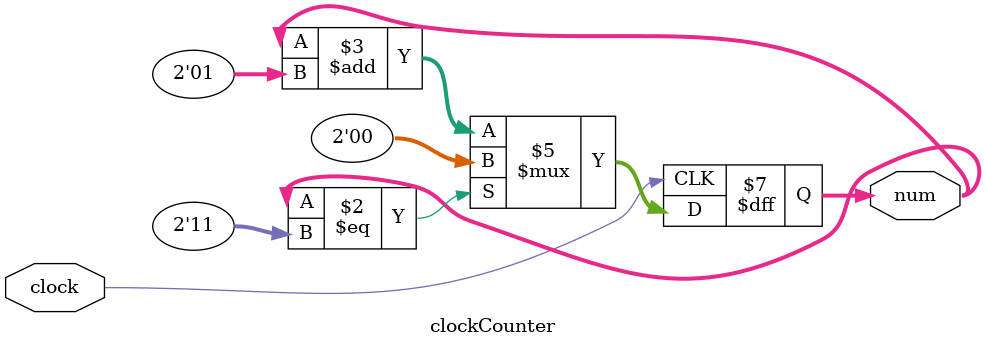
<source format=v>
module clockCounter
(
input clock,
output reg [1:0] num
);


always @(posedge clock)
	if (num == 2'd3)
		num <= 2'b0;
	else
		num <= num + 2'd1;
endmodule
</source>
